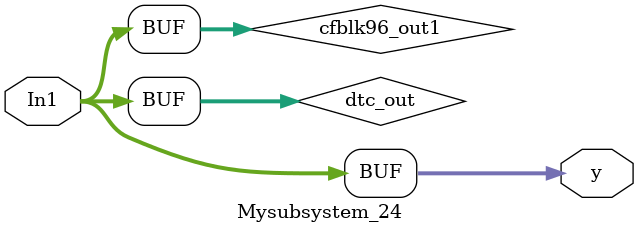
<source format=v>



`timescale 1 ns / 1 ns

module Mysubsystem_24
          (In1,
           y);


  input   [7:0] In1;  // uint8
  output  [7:0] y;  // uint8


  wire [7:0] dtc_out;  // ufix8
  wire [7:0] cfblk96_out1;  // uint8


  assign dtc_out = In1;



  assign cfblk96_out1 = dtc_out;



  assign y = cfblk96_out1;

endmodule  // Mysubsystem_24


</source>
